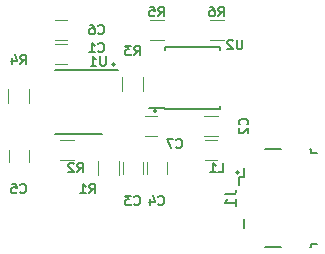
<source format=gbr>
G04 #@! TF.FileFunction,Legend,Bot*
%FSLAX46Y46*%
G04 Gerber Fmt 4.6, Leading zero omitted, Abs format (unit mm)*
G04 Created by KiCad (PCBNEW 4.0.7) date 04/27/18 14:22:45*
%MOMM*%
%LPD*%
G01*
G04 APERTURE LIST*
%ADD10C,0.150000*%
%ADD11C,0.200000*%
%ADD12C,0.120000*%
G04 APERTURE END LIST*
D10*
D11*
X128397000Y-124841000D02*
G75*
G03X128397000Y-124841000I-127000J0D01*
G01*
X117856000Y-115697000D02*
G75*
G03X117856000Y-115697000I-127000J0D01*
G01*
X121412000Y-119634000D02*
G75*
G03X121412000Y-119634000I-127000J0D01*
G01*
D10*
X130541000Y-122850000D02*
X131941000Y-122850000D01*
X134341000Y-122850000D02*
X134491000Y-122850000D01*
X134491000Y-122850000D02*
X134491000Y-123150000D01*
X134491000Y-123150000D02*
X134941000Y-123150000D01*
X134941000Y-130850000D02*
X134491000Y-130850000D01*
X134491000Y-130850000D02*
X134491000Y-131150000D01*
X134491000Y-131150000D02*
X134341000Y-131150000D01*
X131941000Y-131150000D02*
X130541000Y-131150000D01*
X128366000Y-125925000D02*
X128366000Y-125200000D01*
X128366000Y-125200000D02*
X128791000Y-125200000D01*
X128791000Y-125200000D02*
X128791000Y-124475000D01*
X128791000Y-128800000D02*
X128791000Y-129525000D01*
D12*
X112784000Y-113958000D02*
X113784000Y-113958000D01*
X113784000Y-115658000D02*
X112784000Y-115658000D01*
X125484000Y-122086000D02*
X126484000Y-122086000D01*
X126484000Y-123786000D02*
X125484000Y-123786000D01*
X118530000Y-124960000D02*
X118530000Y-123960000D01*
X120230000Y-123960000D02*
X120230000Y-124960000D01*
X120562000Y-124960000D02*
X120562000Y-123960000D01*
X122262000Y-123960000D02*
X122262000Y-124960000D01*
X108878000Y-123944000D02*
X108878000Y-122944000D01*
X110578000Y-122944000D02*
X110578000Y-123944000D01*
X112784000Y-111926000D02*
X113784000Y-111926000D01*
X113784000Y-113626000D02*
X112784000Y-113626000D01*
X121404000Y-121754000D02*
X120404000Y-121754000D01*
X120404000Y-120054000D02*
X121404000Y-120054000D01*
X126584000Y-120024000D02*
X125384000Y-120024000D01*
X125384000Y-121784000D02*
X126584000Y-121784000D01*
X118228000Y-125060000D02*
X118228000Y-123860000D01*
X116468000Y-123860000D02*
X116468000Y-125060000D01*
X114392000Y-122056000D02*
X113192000Y-122056000D01*
X113192000Y-123816000D02*
X114392000Y-123816000D01*
X120260000Y-117948000D02*
X120260000Y-116748000D01*
X118500000Y-116748000D02*
X118500000Y-117948000D01*
X108848000Y-117764000D02*
X108848000Y-118964000D01*
X110608000Y-118964000D02*
X110608000Y-117764000D01*
X120812000Y-113656000D02*
X122012000Y-113656000D01*
X122012000Y-111896000D02*
X120812000Y-111896000D01*
X127092000Y-111896000D02*
X125892000Y-111896000D01*
X125892000Y-113656000D02*
X127092000Y-113656000D01*
D10*
X116808000Y-121547000D02*
X112808000Y-121547000D01*
X118083000Y-116147000D02*
X112808000Y-116147000D01*
X122135000Y-119465000D02*
X122135000Y-119340000D01*
X126785000Y-119465000D02*
X126785000Y-119240000D01*
X126785000Y-114215000D02*
X126785000Y-114440000D01*
X122135000Y-114215000D02*
X122135000Y-114440000D01*
X122135000Y-119465000D02*
X126785000Y-119465000D01*
X122135000Y-114215000D02*
X126785000Y-114215000D01*
X122135000Y-119340000D02*
X120785000Y-119340000D01*
X127143381Y-126666667D02*
X127857667Y-126666667D01*
X128000524Y-126619047D01*
X128095762Y-126523809D01*
X128143381Y-126380952D01*
X128143381Y-126285714D01*
X128143381Y-127666667D02*
X128143381Y-127095238D01*
X128143381Y-127380952D02*
X127143381Y-127380952D01*
X127286238Y-127285714D01*
X127381476Y-127190476D01*
X127429095Y-127095238D01*
X116465333Y-114585714D02*
X116503428Y-114623810D01*
X116617714Y-114661905D01*
X116693904Y-114661905D01*
X116808190Y-114623810D01*
X116884381Y-114547619D01*
X116922476Y-114471429D01*
X116960571Y-114319048D01*
X116960571Y-114204762D01*
X116922476Y-114052381D01*
X116884381Y-113976190D01*
X116808190Y-113900000D01*
X116693904Y-113861905D01*
X116617714Y-113861905D01*
X116503428Y-113900000D01*
X116465333Y-113938095D01*
X115703428Y-114661905D02*
X116160571Y-114661905D01*
X115932000Y-114661905D02*
X115932000Y-113861905D01*
X116008190Y-113976190D01*
X116084381Y-114052381D01*
X116160571Y-114090476D01*
X129063714Y-120770667D02*
X129101810Y-120732572D01*
X129139905Y-120618286D01*
X129139905Y-120542096D01*
X129101810Y-120427810D01*
X129025619Y-120351619D01*
X128949429Y-120313524D01*
X128797048Y-120275429D01*
X128682762Y-120275429D01*
X128530381Y-120313524D01*
X128454190Y-120351619D01*
X128378000Y-120427810D01*
X128339905Y-120542096D01*
X128339905Y-120618286D01*
X128378000Y-120732572D01*
X128416095Y-120770667D01*
X128416095Y-121075429D02*
X128378000Y-121113524D01*
X128339905Y-121189715D01*
X128339905Y-121380191D01*
X128378000Y-121456381D01*
X128416095Y-121494477D01*
X128492286Y-121532572D01*
X128568476Y-121532572D01*
X128682762Y-121494477D01*
X129139905Y-121037334D01*
X129139905Y-121532572D01*
X119513333Y-127539714D02*
X119551428Y-127577810D01*
X119665714Y-127615905D01*
X119741904Y-127615905D01*
X119856190Y-127577810D01*
X119932381Y-127501619D01*
X119970476Y-127425429D01*
X120008571Y-127273048D01*
X120008571Y-127158762D01*
X119970476Y-127006381D01*
X119932381Y-126930190D01*
X119856190Y-126854000D01*
X119741904Y-126815905D01*
X119665714Y-126815905D01*
X119551428Y-126854000D01*
X119513333Y-126892095D01*
X119246666Y-126815905D02*
X118751428Y-126815905D01*
X119018095Y-127120667D01*
X118903809Y-127120667D01*
X118827619Y-127158762D01*
X118789523Y-127196857D01*
X118751428Y-127273048D01*
X118751428Y-127463524D01*
X118789523Y-127539714D01*
X118827619Y-127577810D01*
X118903809Y-127615905D01*
X119132381Y-127615905D01*
X119208571Y-127577810D01*
X119246666Y-127539714D01*
X121545333Y-127539714D02*
X121583428Y-127577810D01*
X121697714Y-127615905D01*
X121773904Y-127615905D01*
X121888190Y-127577810D01*
X121964381Y-127501619D01*
X122002476Y-127425429D01*
X122040571Y-127273048D01*
X122040571Y-127158762D01*
X122002476Y-127006381D01*
X121964381Y-126930190D01*
X121888190Y-126854000D01*
X121773904Y-126815905D01*
X121697714Y-126815905D01*
X121583428Y-126854000D01*
X121545333Y-126892095D01*
X120859619Y-127082571D02*
X120859619Y-127615905D01*
X121050095Y-126777810D02*
X121240571Y-127349238D01*
X120745333Y-127349238D01*
X109861333Y-126523714D02*
X109899428Y-126561810D01*
X110013714Y-126599905D01*
X110089904Y-126599905D01*
X110204190Y-126561810D01*
X110280381Y-126485619D01*
X110318476Y-126409429D01*
X110356571Y-126257048D01*
X110356571Y-126142762D01*
X110318476Y-125990381D01*
X110280381Y-125914190D01*
X110204190Y-125838000D01*
X110089904Y-125799905D01*
X110013714Y-125799905D01*
X109899428Y-125838000D01*
X109861333Y-125876095D01*
X109137523Y-125799905D02*
X109518476Y-125799905D01*
X109556571Y-126180857D01*
X109518476Y-126142762D01*
X109442285Y-126104667D01*
X109251809Y-126104667D01*
X109175619Y-126142762D01*
X109137523Y-126180857D01*
X109099428Y-126257048D01*
X109099428Y-126447524D01*
X109137523Y-126523714D01*
X109175619Y-126561810D01*
X109251809Y-126599905D01*
X109442285Y-126599905D01*
X109518476Y-126561810D01*
X109556571Y-126523714D01*
X116465333Y-113061714D02*
X116503428Y-113099810D01*
X116617714Y-113137905D01*
X116693904Y-113137905D01*
X116808190Y-113099810D01*
X116884381Y-113023619D01*
X116922476Y-112947429D01*
X116960571Y-112795048D01*
X116960571Y-112680762D01*
X116922476Y-112528381D01*
X116884381Y-112452190D01*
X116808190Y-112376000D01*
X116693904Y-112337905D01*
X116617714Y-112337905D01*
X116503428Y-112376000D01*
X116465333Y-112414095D01*
X115779619Y-112337905D02*
X115932000Y-112337905D01*
X116008190Y-112376000D01*
X116046285Y-112414095D01*
X116122476Y-112528381D01*
X116160571Y-112680762D01*
X116160571Y-112985524D01*
X116122476Y-113061714D01*
X116084381Y-113099810D01*
X116008190Y-113137905D01*
X115855809Y-113137905D01*
X115779619Y-113099810D01*
X115741523Y-113061714D01*
X115703428Y-112985524D01*
X115703428Y-112795048D01*
X115741523Y-112718857D01*
X115779619Y-112680762D01*
X115855809Y-112642667D01*
X116008190Y-112642667D01*
X116084381Y-112680762D01*
X116122476Y-112718857D01*
X116160571Y-112795048D01*
X123069333Y-122713714D02*
X123107428Y-122751810D01*
X123221714Y-122789905D01*
X123297904Y-122789905D01*
X123412190Y-122751810D01*
X123488381Y-122675619D01*
X123526476Y-122599429D01*
X123564571Y-122447048D01*
X123564571Y-122332762D01*
X123526476Y-122180381D01*
X123488381Y-122104190D01*
X123412190Y-122028000D01*
X123297904Y-121989905D01*
X123221714Y-121989905D01*
X123107428Y-122028000D01*
X123069333Y-122066095D01*
X122802666Y-121989905D02*
X122269333Y-121989905D01*
X122612190Y-122789905D01*
X126625333Y-124821905D02*
X127006286Y-124821905D01*
X127006286Y-124021905D01*
X125939619Y-124821905D02*
X126396762Y-124821905D01*
X126168191Y-124821905D02*
X126168191Y-124021905D01*
X126244381Y-124136190D01*
X126320572Y-124212381D01*
X126396762Y-124250476D01*
X115703333Y-126599905D02*
X115970000Y-126218952D01*
X116160476Y-126599905D02*
X116160476Y-125799905D01*
X115855714Y-125799905D01*
X115779523Y-125838000D01*
X115741428Y-125876095D01*
X115703333Y-125952286D01*
X115703333Y-126066571D01*
X115741428Y-126142762D01*
X115779523Y-126180857D01*
X115855714Y-126218952D01*
X116160476Y-126218952D01*
X114941428Y-126599905D02*
X115398571Y-126599905D01*
X115170000Y-126599905D02*
X115170000Y-125799905D01*
X115246190Y-125914190D01*
X115322381Y-125990381D01*
X115398571Y-126028476D01*
X114687333Y-124821905D02*
X114954000Y-124440952D01*
X115144476Y-124821905D02*
X115144476Y-124021905D01*
X114839714Y-124021905D01*
X114763523Y-124060000D01*
X114725428Y-124098095D01*
X114687333Y-124174286D01*
X114687333Y-124288571D01*
X114725428Y-124364762D01*
X114763523Y-124402857D01*
X114839714Y-124440952D01*
X115144476Y-124440952D01*
X114382571Y-124098095D02*
X114344476Y-124060000D01*
X114268285Y-124021905D01*
X114077809Y-124021905D01*
X114001619Y-124060000D01*
X113963523Y-124098095D01*
X113925428Y-124174286D01*
X113925428Y-124250476D01*
X113963523Y-124364762D01*
X114420666Y-124821905D01*
X113925428Y-124821905D01*
X119513333Y-114915905D02*
X119780000Y-114534952D01*
X119970476Y-114915905D02*
X119970476Y-114115905D01*
X119665714Y-114115905D01*
X119589523Y-114154000D01*
X119551428Y-114192095D01*
X119513333Y-114268286D01*
X119513333Y-114382571D01*
X119551428Y-114458762D01*
X119589523Y-114496857D01*
X119665714Y-114534952D01*
X119970476Y-114534952D01*
X119246666Y-114115905D02*
X118751428Y-114115905D01*
X119018095Y-114420667D01*
X118903809Y-114420667D01*
X118827619Y-114458762D01*
X118789523Y-114496857D01*
X118751428Y-114573048D01*
X118751428Y-114763524D01*
X118789523Y-114839714D01*
X118827619Y-114877810D01*
X118903809Y-114915905D01*
X119132381Y-114915905D01*
X119208571Y-114877810D01*
X119246666Y-114839714D01*
X109861333Y-115677905D02*
X110128000Y-115296952D01*
X110318476Y-115677905D02*
X110318476Y-114877905D01*
X110013714Y-114877905D01*
X109937523Y-114916000D01*
X109899428Y-114954095D01*
X109861333Y-115030286D01*
X109861333Y-115144571D01*
X109899428Y-115220762D01*
X109937523Y-115258857D01*
X110013714Y-115296952D01*
X110318476Y-115296952D01*
X109175619Y-115144571D02*
X109175619Y-115677905D01*
X109366095Y-114839810D02*
X109556571Y-115411238D01*
X109061333Y-115411238D01*
X121545333Y-111613905D02*
X121812000Y-111232952D01*
X122002476Y-111613905D02*
X122002476Y-110813905D01*
X121697714Y-110813905D01*
X121621523Y-110852000D01*
X121583428Y-110890095D01*
X121545333Y-110966286D01*
X121545333Y-111080571D01*
X121583428Y-111156762D01*
X121621523Y-111194857D01*
X121697714Y-111232952D01*
X122002476Y-111232952D01*
X120821523Y-110813905D02*
X121202476Y-110813905D01*
X121240571Y-111194857D01*
X121202476Y-111156762D01*
X121126285Y-111118667D01*
X120935809Y-111118667D01*
X120859619Y-111156762D01*
X120821523Y-111194857D01*
X120783428Y-111271048D01*
X120783428Y-111461524D01*
X120821523Y-111537714D01*
X120859619Y-111575810D01*
X120935809Y-111613905D01*
X121126285Y-111613905D01*
X121202476Y-111575810D01*
X121240571Y-111537714D01*
X126625333Y-111613905D02*
X126892000Y-111232952D01*
X127082476Y-111613905D02*
X127082476Y-110813905D01*
X126777714Y-110813905D01*
X126701523Y-110852000D01*
X126663428Y-110890095D01*
X126625333Y-110966286D01*
X126625333Y-111080571D01*
X126663428Y-111156762D01*
X126701523Y-111194857D01*
X126777714Y-111232952D01*
X127082476Y-111232952D01*
X125939619Y-110813905D02*
X126092000Y-110813905D01*
X126168190Y-110852000D01*
X126206285Y-110890095D01*
X126282476Y-111004381D01*
X126320571Y-111156762D01*
X126320571Y-111461524D01*
X126282476Y-111537714D01*
X126244381Y-111575810D01*
X126168190Y-111613905D01*
X126015809Y-111613905D01*
X125939619Y-111575810D01*
X125901523Y-111537714D01*
X125863428Y-111461524D01*
X125863428Y-111271048D01*
X125901523Y-111194857D01*
X125939619Y-111156762D01*
X126015809Y-111118667D01*
X126168190Y-111118667D01*
X126244381Y-111156762D01*
X126282476Y-111194857D01*
X126320571Y-111271048D01*
X117068524Y-115004905D02*
X117068524Y-115652524D01*
X117030429Y-115728714D01*
X116992333Y-115766810D01*
X116916143Y-115804905D01*
X116763762Y-115804905D01*
X116687571Y-115766810D01*
X116649476Y-115728714D01*
X116611381Y-115652524D01*
X116611381Y-115004905D01*
X115811381Y-115804905D02*
X116268524Y-115804905D01*
X116039953Y-115804905D02*
X116039953Y-115004905D01*
X116116143Y-115119190D01*
X116192334Y-115195381D01*
X116268524Y-115233476D01*
X128625524Y-113607905D02*
X128625524Y-114255524D01*
X128587429Y-114331714D01*
X128549333Y-114369810D01*
X128473143Y-114407905D01*
X128320762Y-114407905D01*
X128244571Y-114369810D01*
X128206476Y-114331714D01*
X128168381Y-114255524D01*
X128168381Y-113607905D01*
X127825524Y-113684095D02*
X127787429Y-113646000D01*
X127711238Y-113607905D01*
X127520762Y-113607905D01*
X127444572Y-113646000D01*
X127406476Y-113684095D01*
X127368381Y-113760286D01*
X127368381Y-113836476D01*
X127406476Y-113950762D01*
X127863619Y-114407905D01*
X127368381Y-114407905D01*
M02*

</source>
